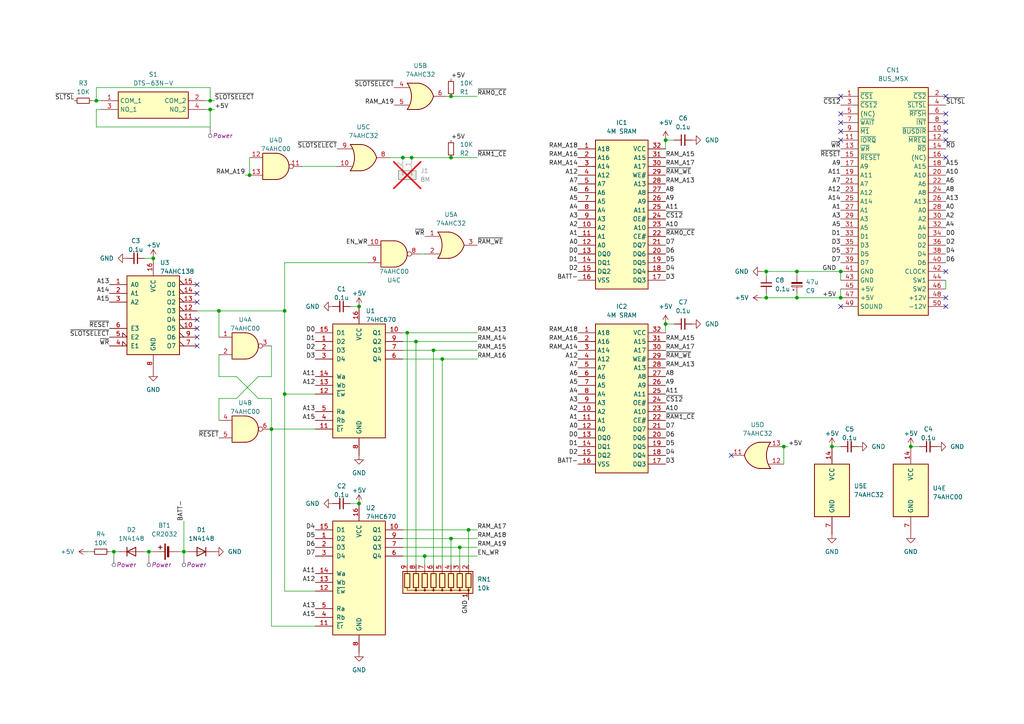
<source format=kicad_sch>
(kicad_sch (version 20230121) (generator eeschema)
  (paper "A4")
  (title_block (title "ESE2RAM Cartridge (74x670 version)") (date "2025-04-11") (rev "6") (company "Goripon Hardware"))
  (lib_symbols
    (symbol "74xx:74LS00" (pin_names (offset 1.016))
      (property "Reference" "U" (at 0 1.27 0))
      (property "Value" "74LS00" (at 0 -1.27 0))
      (symbol "74LS00_1_1"
        (pin input line (at -7.62 2.54 0) (length 3.81) (name "~") (number "1"))
        (pin input line (at -7.62 -2.54 0) (length 3.81) (name "~") (number "2"))
        (pin output inverted (at 7.62 0 180) (length 3.81) (name "~") (number "3"))
      )
      (symbol "74LS00_1_2"
        (pin input inverted (at -7.62 2.54 0) (length 4.318) (name "~") (number "1"))
        (pin input inverted (at -7.62 -2.54 0) (length 4.318) (name "~") (number "2"))
        (pin output line (at 7.62 0 180) (length 3.81) (name "~") (number "3"))
      )
      (symbol "74LS00_2_1"
        (pin input line (at -7.62 2.54 0) (length 3.81) (name "~") (number "4"))
        (pin input line (at -7.62 -2.54 0) (length 3.81) (name "~") (number "5"))
        (pin output inverted (at 7.62 0 180) (length 3.81) (name "~") (number "6"))
      )
      (symbol "74LS00_2_2"
        (pin input inverted (at -7.62 2.54 0) (length 4.318) (name "~") (number "4"))
        (pin input inverted (at -7.62 -2.54 0) (length 4.318) (name "~") (number "5"))
        (pin output line (at 7.62 0 180) (length 3.81) (name "~") (number "6"))
      )
      (symbol "74LS00_3_1"
        (pin input line (at -7.62 -2.54 0) (length 3.81) (name "~") (number "10"))
        (pin output inverted (at 7.62 0 180) (length 3.81) (name "~") (number "8"))
        (pin input line (at -7.62 2.54 0) (length 3.81) (name "~") (number "9"))
      )
      (symbol "74LS00_3_2"
        (pin input inverted (at -7.62 -2.54 0) (length 4.318) (name "~") (number "10"))
        (pin output line (at 7.62 0 180) (length 3.81) (name "~") (number "8"))
        (pin input inverted (at -7.62 2.54 0) (length 4.318) (name "~") (number "9"))
      )
      (symbol "74LS00_4_1"
        (pin output inverted (at 7.62 0 180) (length 3.81) (name "~") (number "11"))
        (pin input line (at -7.62 2.54 0) (length 3.81) (name "~") (number "12"))
        (pin input line (at -7.62 -2.54 0) (length 3.81) (name "~") (number "13"))
      )
      (symbol "74LS00_4_2"
        (pin output line (at 7.62 0 180) (length 3.81) (name "~") (number "11"))
        (pin input inverted (at -7.62 2.54 0) (length 4.318) (name "~") (number "12"))
        (pin input inverted (at -7.62 -2.54 0) (length 4.318) (name "~") (number "13"))
      )
      (symbol "74LS00_5_0"
        (pin power_in line (at 0 12.7 270) (length 5.08) (name "VCC") (number "14"))
        (pin power_in line (at 0 -12.7 90) (length 5.08) (name "GND") (number "7"))
      )
    )
    (symbol "74xx:74LS138" (pin_names (offset 1.016))
      (property "Reference" "U" (at -7.62 11.43 0))
      (property "Value" "74LS138" (at -7.62 -13.97 0))
      (symbol "74LS138_1_0"
        (pin input line (at -12.7 7.62 0) (length 5.08) (name "A0") (number "1"))
        (pin output output_low (at 12.7 -5.08 180) (length 5.08) (name "O5") (number "10"))
        (pin output output_low (at 12.7 -2.54 180) (length 5.08) (name "O4") (number "11"))
        (pin output output_low (at 12.7 0 180) (length 5.08) (name "O3") (number "12"))
        (pin output output_low (at 12.7 2.54 180) (length 5.08) (name "O2") (number "13"))
        (pin output output_low (at 12.7 5.08 180) (length 5.08) (name "O1") (number "14"))
        (pin output output_low (at 12.7 7.62 180) (length 5.08) (name "O0") (number "15"))
        (pin power_in line (at 0 15.24 270) (length 5.08) (name "VCC") (number "16"))
        (pin input line (at -12.7 5.08 0) (length 5.08) (name "A1") (number "2"))
        (pin input line (at -12.7 2.54 0) (length 5.08) (name "A2") (number "3"))
        (pin input input_low (at -12.7 -10.16 0) (length 5.08) (name "E1") (number "4"))
        (pin input input_low (at -12.7 -7.62 0) (length 5.08) (name "E2") (number "5"))
        (pin input line (at -12.7 -5.08 0) (length 5.08) (name "E3") (number "6"))
        (pin output output_low (at 12.7 -10.16 180) (length 5.08) (name "O7") (number "7"))
        (pin power_in line (at 0 -17.78 90) (length 5.08) (name "GND") (number "8"))
        (pin output output_low (at 12.7 -7.62 180) (length 5.08) (name "O6") (number "9"))
      )
    )
    (symbol "74xx:74LS670" (pin_names (offset 1.016))
      (property "Reference" "U" (at -7.62 16.51 0))
      (property "Value" "74LS670" (at -7.62 -19.05 0))
      (symbol "74LS670_1_0"
        (pin input line (at -12.7 10.16 0) (length 5.08) (name "D2") (number "1"))
        (pin tri_state line (at 12.7 12.7 180) (length 5.08) (name "Q1") (number "10"))
        (pin input line (at -12.7 -15.24 0) (length 5.08) (name "~{Er}") (number "11"))
        (pin input line (at -12.7 -5.08 0) (length 5.08) (name "~{Ew}") (number "12"))
        (pin input line (at -12.7 -2.54 0) (length 5.08) (name "Wb") (number "13"))
        (pin input line (at -12.7 0 0) (length 5.08) (name "Wa") (number "14"))
        (pin input line (at -12.7 12.7 0) (length 5.08) (name "D1") (number "15"))
        (pin power_in line (at 0 20.32 270) (length 5.08) (name "VCC") (number "16"))
        (pin input line (at -12.7 7.62 0) (length 5.08) (name "D3") (number "2"))
        (pin input line (at -12.7 5.08 0) (length 5.08) (name "D4") (number "3"))
        (pin input line (at -12.7 -12.7 0) (length 5.08) (name "Rb") (number "4"))
        (pin input line (at -12.7 -10.16 0) (length 5.08) (name "Ra") (number "5"))
        (pin tri_state line (at 12.7 5.08 180) (length 5.08) (name "Q4") (number "6"))
        (pin tri_state line (at 12.7 7.62 180) (length 5.08) (name "Q3") (number "7"))
        (pin power_in line (at 0 -22.86 90) (length 5.08) (name "GND") (number "8"))
        (pin tri_state line (at 12.7 10.16 180) (length 5.08) (name "Q2") (number "9"))
      )
    )
    (symbol "Connector_Generic:Conn_01x02" (pin_names (offset 1.016) hide)
      (property "Reference" "J" (at 0 2.54 0))
      (property "Value" "Conn_01x02" (at 0 -5.08 0))
      (symbol "Conn_01x02_1_1"
        (pin passive line (at -5.08 0 0) (length 3.81) (name "Pin_1") (number "1"))
        (pin passive line (at -5.08 -2.54 0) (length 3.81) (name "Pin_2") (number "2"))
      )
    )
    (symbol "Device:Battery_Cell" (pin_numbers hide) (pin_names (offset 0) hide)
      (property "Reference" "BT" (at 2.54 2.54 0))
      (property "Value" "Battery_Cell" (at 2.54 0 0))
      (symbol "Battery_Cell_1_1"
        (pin passive line (at 0 5.08 270) (length 2.54) (name "+") (number "1"))
        (pin passive line (at 0 -2.54 90) (length 2.54) (name "-") (number "2"))
      )
    )
    (symbol "Device:C_Polarized_Small" (pin_numbers hide) (pin_names (offset 0.254) hide)
      (property "Reference" "C" (at 0.254 1.778 0))
      (property "Value" "C_Polarized_Small" (at 0.254 -2.032 0))
      (symbol "C_Polarized_Small_1_1"
        (pin passive line (at 0 2.54 270) (length 1.8542) (name "~") (number "1"))
        (pin passive line (at 0 -2.54 90) (length 1.8542) (name "~") (number "2"))
      )
    )
    (symbol "Device:C_Small" (pin_numbers hide) (pin_names (offset 0.254) hide)
      (property "Reference" "C" (at 0.254 1.778 0))
      (property "Value" "C_Small" (at 0.254 -2.032 0))
      (symbol "C_Small_1_1"
        (pin passive line (at 0 2.54 270) (length 2.032) (name "~") (number "1"))
        (pin passive line (at 0 -2.54 90) (length 2.032) (name "~") (number "2"))
      )
    )
    (symbol "Device:R_Network08" (pin_names (offset 0) hide)
      (property "Reference" "RN" (at -12.7 0 90))
      (property "Value" "R_Network08" (at 10.16 0 90))
      (symbol "R_Network08_1_1"
        (pin passive line (at -10.16 5.08 270) (length 2.54) (name "common") (number "1"))
        (pin passive line (at -10.16 -5.08 90) (length 1.27) (name "R1") (number "2"))
        (pin passive line (at -7.62 -5.08 90) (length 1.27) (name "R2") (number "3"))
        (pin passive line (at -5.08 -5.08 90) (length 1.27) (name "R3") (number "4"))
        (pin passive line (at -2.54 -5.08 90) (length 1.27) (name "R4") (number "5"))
        (pin passive line (at 0 -5.08 90) (length 1.27) (name "R5") (number "6"))
        (pin passive line (at 2.54 -5.08 90) (length 1.27) (name "R6") (number "7"))
        (pin passive line (at 5.08 -5.08 90) (length 1.27) (name "R7") (number "8"))
        (pin passive line (at 7.62 -5.08 90) (length 1.27) (name "R8") (number "9"))
      )
    )
    (symbol "Device:R_Small" (pin_numbers hide) (pin_names (offset 0.254) hide)
      (property "Reference" "R" (at 0.762 0.508 0))
      (property "Value" "R_Small" (at 0.762 -1.016 0))
      (symbol "R_Small_1_1"
        (pin passive line (at 0 2.54 270) (length 0.762) (name "~") (number "1"))
        (pin passive line (at 0 -2.54 90) (length 0.762) (name "~") (number "2"))
      )
    )
    (symbol "Diode:1N4148" (pin_numbers hide) (pin_names hide)
      (property "Reference" "D" (at 0 2.54 0))
      (property "Value" "1N4148" (at 0 -2.54 0))
      (symbol "1N4148_1_1"
        (pin passive line (at -3.81 0 0) (length 2.54) (name "K") (number "1"))
        (pin passive line (at 3.81 0 180) (length 2.54) (name "A") (number "2"))
      )
    )
    (symbol "ProjectLibrary:BUS_MSX" (in_bom no)
      (property "Reference" "J" (at 0 42.545 0))
      (property "Value" "BUS_MSX" (at 0 -27.94 0))
      (symbol "BUS_MSX_1_1"
        (pin passive line (at -15.24 38.1 0) (length 5.08) (name "~{CS1}") (number "1"))
        (pin passive line (at 15.24 27.94 180) (length 5.08) (name "~{BUSDIR}") (number "10"))
        (pin passive line (at -15.24 25.4 0) (length 5.08) (name "~{IORQ}") (number "11"))
        (pin passive line (at 15.24 25.4 180) (length 5.08) (name "~{MREQ}") (number "12"))
        (pin passive line (at -15.24 22.86 0) (length 5.08) (name "~{WR}") (number "13"))
        (pin passive line (at 15.24 22.86 180) (length 5.08) (name "~{RD}") (number "14"))
        (pin passive line (at -15.24 20.32 0) (length 5.08) (name "~{RESET}") (number "15"))
        (pin passive line (at 15.24 20.32 180) (length 5.08) (name "(NC)") (number "16"))
        (pin passive line (at -15.24 17.78 0) (length 5.08) (name "A9") (number "17"))
        (pin passive line (at 15.24 17.78 180) (length 5.08) (name "A15") (number "18"))
        (pin passive line (at -15.24 15.24 0) (length 5.08) (name "A11") (number "19"))
        (pin passive line (at 15.24 38.1 180) (length 5.08) (name "~{CS2}") (number "2"))
        (pin passive line (at 15.24 15.24 180) (length 5.08) (name "A10") (number "20"))
        (pin passive line (at -15.24 12.7 0) (length 5.08) (name "A7") (number "21"))
        (pin passive line (at 15.24 12.7 180) (length 5.08) (name "A6") (number "22"))
        (pin passive line (at -15.24 10.16 0) (length 5.08) (name "A12") (number "23"))
        (pin passive line (at 15.24 10.16 180) (length 5.08) (name "A8") (number "24"))
        (pin passive line (at -15.24 7.62 0) (length 5.08) (name "A14") (number "25"))
        (pin passive line (at 15.24 7.62 180) (length 5.08) (name "A13") (number "26"))
        (pin passive line (at -15.24 5.08 0) (length 5.08) (name "A1") (number "27"))
        (pin passive line (at 15.24 5.08 180) (length 5.08) (name "A0") (number "28"))
        (pin passive line (at -15.24 2.54 0) (length 5.08) (name "A3") (number "29"))
        (pin passive line (at -15.24 35.56 0) (length 5.08) (name "~{CS12}") (number "3"))
        (pin passive line (at 15.24 2.54 180) (length 5.08) (name "A2") (number "30"))
        (pin passive line (at -15.24 0 0) (length 5.08) (name "A5") (number "31"))
        (pin passive line (at 15.24 0 180) (length 5.08) (name "A4") (number "32"))
        (pin passive line (at -15.24 -2.54 0) (length 5.08) (name "D1") (number "33"))
        (pin passive line (at 15.24 -2.54 180) (length 5.08) (name "D0") (number "34"))
        (pin passive line (at -15.24 -5.08 0) (length 5.08) (name "D3") (number "35"))
        (pin passive line (at 15.24 -5.08 180) (length 5.08) (name "D2") (number "36"))
        (pin passive line (at -15.24 -7.62 0) (length 5.08) (name "D5") (number "37"))
        (pin passive line (at 15.24 -7.62 180) (length 5.08) (name "D4") (number "38"))
        (pin passive line (at -15.24 -10.16 0) (length 5.08) (name "D7") (number "39"))
        (pin passive line (at 15.24 35.56 180) (length 5.08) (name "~{SLTSL}") (number "4"))
        (pin passive line (at 15.24 -10.16 180) (length 5.08) (name "D6") (number "40"))
        (pin passive line (at -15.24 -12.7 0) (length 5.08) (name "GND") (number "41"))
        (pin passive line (at 15.24 -12.7 180) (length 5.08) (name "CLOCK") (number "42"))
        (pin passive line (at -15.24 -15.24 0) (length 5.08) (name "GND") (number "43"))
        (pin passive line (at 15.24 -15.24 180) (length 5.08) (name "SW1") (number "44"))
        (pin passive line (at -15.24 -17.78 0) (length 5.08) (name "+5V") (number "45"))
        (pin passive line (at 15.24 -17.78 180) (length 5.08) (name "SW2") (number "46"))
        (pin passive line (at -15.24 -20.32 0) (length 5.08) (name "+5V") (number "47"))
        (pin passive line (at 15.24 -20.32 180) (length 5.08) (name "+12V") (number "48"))
        (pin passive line (at -15.24 -22.86 0) (length 5.08) (name "SOUND") (number "49"))
        (pin passive line (at -15.24 33.02 0) (length 5.08) (name "(NC)") (number "5"))
        (pin passive line (at 15.24 -22.86 180) (length 5.08) (name "-12V") (number "50"))
        (pin passive line (at 15.24 33.02 180) (length 5.08) (name "~{RFSH}") (number "6"))
        (pin passive line (at -15.24 30.48 0) (length 5.08) (name "~{WAIT}") (number "7"))
        (pin passive line (at 15.24 30.48 180) (length 5.08) (name "~{INT}") (number "8"))
        (pin passive line (at -15.24 27.94 0) (length 5.08) (name "~{M1}") (number "9"))
      )
    )
    (symbol "SamacSys_Parts:AS6C4008-55PIN"
      (property "Reference" "IC" (at 21.59 7.62 0))
      (property "Value" "AS6C4008-55PIN" (at 21.59 5.08 0))
      (symbol "AS6C4008-55PIN_1_1"
        (pin passive line (at 0 0 0) (length 5.08) (name "A18") (number "1"))
        (pin passive line (at 0 -22.86 0) (length 5.08) (name "A2") (number "10"))
        (pin passive line (at 0 -25.4 0) (length 5.08) (name "A1") (number "11"))
        (pin passive line (at 0 -27.94 0) (length 5.08) (name "A0") (number "12"))
        (pin passive line (at 0 -30.48 0) (length 5.08) (name "DQ0") (number "13"))
        (pin passive line (at 0 -33.02 0) (length 5.08) (name "DQ1") (number "14"))
        (pin passive line (at 0 -35.56 0) (length 5.08) (name "DQ2") (number "15"))
        (pin passive line (at 0 -38.1 0) (length 5.08) (name "VSS") (number "16"))
        (pin passive line (at 25.4 -38.1 180) (length 5.08) (name "DQ3") (number "17"))
        (pin passive line (at 25.4 -35.56 180) (length 5.08) (name "DQ4") (number "18"))
        (pin passive line (at 25.4 -33.02 180) (length 5.08) (name "DQ5") (number "19"))
        (pin passive line (at 0 -2.54 0) (length 5.08) (name "A16") (number "2"))
        (pin passive line (at 25.4 -30.48 180) (length 5.08) (name "DQ6") (number "20"))
        (pin passive line (at 25.4 -27.94 180) (length 5.08) (name "DQ7") (number "21"))
        (pin passive line (at 25.4 -25.4 180) (length 5.08) (name "CE#") (number "22"))
        (pin passive line (at 25.4 -22.86 180) (length 5.08) (name "A10") (number "23"))
        (pin passive line (at 25.4 -20.32 180) (length 5.08) (name "OE#") (number "24"))
        (pin passive line (at 25.4 -17.78 180) (length 5.08) (name "A11") (number "25"))
        (pin passive line (at 25.4 -15.24 180) (length 5.08) (name "A9") (number "26"))
        (pin passive line (at 25.4 -12.7 180) (length 5.08) (name "A8") (number "27"))
        (pin passive line (at 25.4 -10.16 180) (length 5.08) (name "A13") (number "28"))
        (pin passive line (at 25.4 -7.62 180) (length 5.08) (name "WE#") (number "29"))
        (pin passive line (at 0 -5.08 0) (length 5.08) (name "A14") (number "3"))
        (pin passive line (at 25.4 -5.08 180) (length 5.08) (name "A17") (number "30"))
        (pin passive line (at 25.4 -2.54 180) (length 5.08) (name "A15") (number "31"))
        (pin passive line (at 25.4 0 180) (length 5.08) (name "VCC") (number "32"))
        (pin passive line (at 0 -7.62 0) (length 5.08) (name "A12") (number "4"))
        (pin passive line (at 0 -10.16 0) (length 5.08) (name "A7") (number "5"))
        (pin passive line (at 0 -12.7 0) (length 5.08) (name "A6") (number "6"))
        (pin passive line (at 0 -15.24 0) (length 5.08) (name "A5") (number "7"))
        (pin passive line (at 0 -17.78 0) (length 5.08) (name "A4") (number "8"))
        (pin passive line (at 0 -20.32 0) (length 5.08) (name "A3") (number "9"))
      )
    )
    (symbol "SamacSys_Parts:DTS-63N-V"
      (property "Reference" "S" (at 26.67 7.62 0))
      (property "Value" "DTS-63N-V" (at 26.67 5.08 0))
      (symbol "DTS-63N-V_1_1"
        (pin passive line (at 0 0 0) (length 5.08) (name "COM_1") (number "1"))
        (pin passive line (at 30.48 0 180) (length 5.08) (name "COM_2") (number "2"))
        (pin passive line (at 0 -2.54 0) (length 5.08) (name "NO_1") (number "3"))
        (pin passive line (at 30.48 -2.54 180) (length 5.08) (name "NO_2") (number "4"))
      )
    )
    (symbol "_GoriponsoftLibrary:74HC32" (pin_names (offset 1.016))
      (property "Reference" "U" (at 0 1.27 0))
      (property "Value" "74HC32" (at 0 -1.27 0))
      (symbol "74HC32_1_1"
        (pin input line (at -7.62 2.54 0) (length 4.318) (name "~") (number "1"))
        (pin input line (at -7.62 -2.54 0) (length 4.318) (name "~") (number "2"))
        (pin output line (at 7.62 0 180) (length 3.81) (name "~") (number "3"))
      )
      (symbol "74HC32_1_2"
        (pin input inverted (at -7.62 2.54 0) (length 3.81) (name "~") (number "1"))
        (pin input inverted (at -7.62 -2.54 0) (length 3.81) (name "~") (number "2"))
        (pin output inverted (at 7.62 0 180) (length 3.81) (name "~") (number "3"))
      )
      (symbol "74HC32_2_1"
        (pin input line (at -7.62 2.54 0) (length 4.318) (name "~") (number "4"))
        (pin input line (at -7.62 -2.54 0) (length 4.318) (name "~") (number "5"))
        (pin output line (at 7.62 0 180) (length 3.81) (name "~") (number "6"))
      )
      (symbol "74HC32_2_2"
        (pin input inverted (at -7.62 2.54 0) (length 3.81) (name "~") (number "4"))
        (pin input inverted (at -7.62 -2.54 0) (length 3.81) (name "~") (number "5"))
        (pin output inverted (at 7.62 0 180) (length 3.81) (name "~") (number "6"))
      )
      (symbol "74HC32_3_1"
        (pin input line (at -7.62 -2.54 0) (length 4.318) (name "~") (number "10"))
        (pin output line (at 7.62 0 180) (length 3.81) (name "~") (number "8"))
        (pin input line (at -7.62 2.54 0) (length 4.318) (name "~") (number "9"))
      )
      (symbol "74HC32_3_2"
        (pin input inverted (at -7.62 -2.54 0) (length 3.81) (name "~") (number "10"))
        (pin output inverted (at 7.62 0 180) (length 3.81) (name "~") (number "8"))
        (pin input inverted (at -7.62 2.54 0) (length 3.81) (name "~") (number "9"))
      )
      (symbol "74HC32_4_1"
        (pin output line (at 7.62 0 180) (length 3.81) (name "~") (number "11"))
        (pin input line (at -7.62 2.54 0) (length 4.318) (name "~") (number "12"))
        (pin input line (at -7.62 -2.54 0) (length 4.318) (name "~") (number "13"))
      )
      (symbol "74HC32_4_2"
        (pin output inverted (at 7.62 0 180) (length 3.81) (name "~") (number "11"))
        (pin input inverted (at -7.62 2.54 0) (length 3.81) (name "~") (number "12"))
        (pin input inverted (at -7.62 -2.54 0) (length 3.81) (name "~") (number "13"))
      )
      (symbol "74HC32_5_0"
        (pin power_in line (at 0 12.7 270) (length 5.08) (name "VCC") (number "14"))
        (pin power_in line (at 0 -12.7 90) (length 5.08) (name "GND") (number "7"))
      )
    )
    (symbol "power:+5V" (power) (pin_names (offset 0))
      (property "Value" "+5V" (at 0 3.556 0))
      (symbol "+5V_1_1"
        (pin power_in line (at 0 0 90) (length 0) hide (name "+5V") (number "1"))
      )
    )
    (symbol "power:GND" (power) (pin_names (offset 0))
      (property "Value" "GND" (at 0 -3.81 0))
      (symbol "GND_1_1"
        (pin power_in line (at 0 0 270) (length 0) hide (name "GND") (number "1"))
      )
    )
  )
  (junction (at 118.11 96.52))
  (junction (at 72.39 50.8))
  (junction (at 231.14 78.74))
  (junction (at 243.84 78.74))
  (junction (at 44.45 74.93))
  (junction (at 27.94 29.21))
  (junction (at 128.27 104.14))
  (junction (at 264.16 129.54))
  (junction (at 231.14 86.36))
  (junction (at 133.35 158.75))
  (junction (at 60.96 31.75))
  (junction (at 227.33 129.54))
  (junction (at 130.81 45.72))
  (junction (at 123.19 161.29))
  (junction (at 60.96 29.21))
  (junction (at 43.18 160.02))
  (junction (at 135.89 153.67))
  (junction (at 120.65 99.06))
  (junction (at 104.14 88.9))
  (junction (at 104.14 146.05))
  (junction (at 193.04 93.98))
  (junction (at 78.74 124.46))
  (junction (at 119.38 45.72))
  (junction (at 130.81 27.94))
  (junction (at 222.25 86.36))
  (junction (at 241.3 129.54))
  (junction (at 33.02 160.02))
  (junction (at 125.73 101.6))
  (junction (at 82.55 114.3))
  (junction (at 243.84 86.36))
  (junction (at 53.34 160.02))
  (junction (at 63.5 90.17))
  (junction (at 130.81 156.21))
  (junction (at 193.04 40.64))
  (junction (at 82.55 90.17))
  (junction (at 222.25 78.74))
  (junction (at 116.84 45.72))
  (no_connect (at 274.32 78.74))
  (no_connect (at 57.15 95.25))
  (no_connect (at 274.32 86.36))
  (no_connect (at 274.32 33.02))
  (no_connect (at 243.84 35.56))
  (no_connect (at 57.15 97.79))
  (no_connect (at 243.84 38.1))
  (no_connect (at 274.32 40.64))
  (no_connect (at 57.15 92.71))
  (no_connect (at 57.15 87.63))
  (no_connect (at 274.32 45.72))
  (no_connect (at 57.15 82.55))
  (no_connect (at 57.15 100.33))
  (no_connect (at 274.32 38.1))
  (no_connect (at 274.32 27.94))
  (no_connect (at 274.32 35.56))
  (no_connect (at 243.84 27.94))
  (no_connect (at 243.84 40.64))
  (no_connect (at 243.84 88.9))
  (no_connect (at 274.32 88.9))
  (no_connect (at 243.84 33.02))
  (no_connect (at 212.09 132.08))
  (no_connect (at 57.15 85.09))
  (wire (pts (xy 135.89 153.67) (xy 135.89 163.83)))
  (wire (pts (xy 274.32 81.28) (xy 274.32 83.82)))
  (wire (pts (xy 25.4 160.02) (xy 26.67 160.02)))
  (wire (pts (xy 243.84 83.82) (xy 243.84 86.36)))
  (wire (pts (xy 116.84 158.75) (xy 133.35 158.75)))
  (wire (pts (xy 53.34 151.13) (xy 53.34 160.02)))
  (wire (pts (xy 130.81 45.72) (xy 119.38 45.72)))
  (wire (pts (xy 52.07 160.02) (xy 53.34 160.02)))
  (wire (pts (xy 116.84 153.67) (xy 135.89 153.67)))
  (wire (pts (xy 60.96 31.75) (xy 60.96 36.83)))
  (wire (pts (xy 138.43 27.94) (xy 130.81 27.94)))
  (wire (pts (xy 27.94 25.4) (xy 60.96 25.4)))
  (wire (pts (xy 44.45 160.02) (xy 43.18 160.02)))
  (wire (pts (xy 43.18 160.02) (xy 43.18 161.29)))
  (wire (pts (xy 72.39 45.72) (xy 72.39 50.8)))
  (wire (pts (xy 133.35 158.75) (xy 138.43 158.75)))
  (wire (pts (xy 128.27 104.14) (xy 128.27 163.83)))
  (wire (pts (xy 31.75 160.02) (xy 33.02 160.02)))
  (wire (pts (xy 74.93 109.22) (xy 68.58 115.57)))
  (wire (pts (xy 130.81 27.94) (xy 129.54 27.94)))
  (wire (pts (xy 243.84 78.74) (xy 243.84 81.28)))
  (wire (pts (xy 63.5 90.17) (xy 63.5 97.79)))
  (wire (pts (xy 82.55 171.45) (xy 91.44 171.45)))
  (wire (pts (xy 116.84 99.06) (xy 120.65 99.06)))
  (wire (pts (xy 27.94 29.21) (xy 29.21 29.21)))
  (wire (pts (xy 125.73 101.6) (xy 125.73 163.83)))
  (wire (pts (xy 193.04 40.64) (xy 193.04 43.18)))
  (wire (pts (xy 78.74 100.33) (xy 78.74 109.22)))
  (wire (pts (xy 220.98 86.36) (xy 222.25 86.36)))
  (wire (pts (xy 133.35 158.75) (xy 133.35 163.83)))
  (wire (pts (xy 231.14 78.74) (xy 231.14 80.01)))
  (wire (pts (xy 71.12 50.8) (xy 72.39 50.8)))
  (wire (pts (xy 116.84 104.14) (xy 128.27 104.14)))
  (wire (pts (xy 231.14 78.74) (xy 243.84 78.74)))
  (wire (pts (xy 106.68 76.2) (xy 82.55 76.2)))
  (wire (pts (xy 121.92 73.66) (xy 123.19 73.66)))
  (wire (pts (xy 123.19 161.29) (xy 123.19 163.83)))
  (wire (pts (xy 74.93 115.57) (xy 78.74 115.57)))
  (wire (pts (xy 68.58 109.22) (xy 74.93 115.57)))
  (wire (pts (xy 82.55 114.3) (xy 91.44 114.3)))
  (wire (pts (xy 78.74 181.61) (xy 91.44 181.61)))
  (wire (pts (xy 130.81 156.21) (xy 130.81 163.83)))
  (wire (pts (xy 62.23 29.21) (xy 60.96 29.21)))
  (wire (pts (xy 130.81 156.21) (xy 138.43 156.21)))
  (wire (pts (xy 120.65 99.06) (xy 138.43 99.06)))
  (wire (pts (xy 241.3 129.54) (xy 243.84 129.54)))
  (wire (pts (xy 27.94 36.83) (xy 27.94 31.75)))
  (wire (pts (xy 63.5 102.87) (xy 63.5 109.22)))
  (wire (pts (xy 101.6 88.9) (xy 104.14 88.9)))
  (wire (pts (xy 231.14 86.36) (xy 243.84 86.36)))
  (wire (pts (xy 63.5 115.57) (xy 63.5 121.92)))
  (wire (pts (xy 78.74 109.22) (xy 74.93 109.22)))
  (wire (pts (xy 123.19 161.29) (xy 138.43 161.29)))
  (wire (pts (xy 60.96 31.75) (xy 59.69 31.75)))
  (wire (pts (xy 231.14 85.09) (xy 231.14 86.36)))
  (wire (pts (xy 82.55 90.17) (xy 82.55 114.3)))
  (wire (pts (xy 78.74 115.57) (xy 78.74 124.46)))
  (wire (pts (xy 62.23 31.75) (xy 60.96 31.75)))
  (wire (pts (xy 60.96 36.83) (xy 27.94 36.83)))
  (wire (pts (xy 116.84 96.52) (xy 118.11 96.52)))
  (wire (pts (xy 118.11 96.52) (xy 138.43 96.52)))
  (wire (pts (xy 125.73 101.6) (xy 138.43 101.6)))
  (wire (pts (xy 60.96 29.21) (xy 59.69 29.21)))
  (wire (pts (xy 43.18 160.02) (xy 41.91 160.02)))
  (wire (pts (xy 135.89 153.67) (xy 138.43 153.67)))
  (wire (pts (xy 116.84 45.72) (xy 113.03 45.72)))
  (wire (pts (xy 227.33 129.54) (xy 228.6 129.54)))
  (wire (pts (xy 116.84 156.21) (xy 130.81 156.21)))
  (wire (pts (xy 87.63 48.26) (xy 97.79 48.26)))
  (wire (pts (xy 27.94 29.21) (xy 27.94 25.4)))
  (wire (pts (xy 118.11 96.52) (xy 118.11 163.83)))
  (wire (pts (xy 33.02 160.02) (xy 34.29 160.02)))
  (wire (pts (xy 26.67 29.21) (xy 27.94 29.21)))
  (wire (pts (xy 128.27 104.14) (xy 138.43 104.14)))
  (wire (pts (xy 53.34 160.02) (xy 53.34 161.29)))
  (wire (pts (xy 41.91 74.93) (xy 44.45 74.93)))
  (wire (pts (xy 116.84 161.29) (xy 123.19 161.29)))
  (wire (pts (xy 193.04 93.98) (xy 193.04 96.52)))
  (wire (pts (xy 63.5 90.17) (xy 82.55 90.17)))
  (wire (pts (xy 222.25 78.74) (xy 222.25 80.01)))
  (wire (pts (xy 227.33 134.62) (xy 227.33 129.54)))
  (wire (pts (xy 27.94 31.75) (xy 29.21 31.75)))
  (wire (pts (xy 120.65 99.06) (xy 120.65 163.83)))
  (wire (pts (xy 63.5 109.22) (xy 68.58 109.22)))
  (wire (pts (xy 222.25 78.74) (xy 231.14 78.74)))
  (wire (pts (xy 220.98 78.74) (xy 222.25 78.74)))
  (wire (pts (xy 195.58 40.64) (xy 193.04 40.64)))
  (wire (pts (xy 82.55 76.2) (xy 82.55 90.17)))
  (wire (pts (xy 222.25 86.36) (xy 231.14 86.36)))
  (wire (pts (xy 138.43 45.72) (xy 130.81 45.72)))
  (wire (pts (xy 116.84 101.6) (xy 125.73 101.6)))
  (wire (pts (xy 195.58 93.98) (xy 193.04 93.98)))
  (wire (pts (xy 57.15 90.17) (xy 63.5 90.17)))
  (wire (pts (xy 116.84 45.72) (xy 119.38 45.72)))
  (wire (pts (xy 264.16 129.54) (xy 266.7 129.54)))
  (wire (pts (xy 78.74 124.46) (xy 91.44 124.46)))
  (wire (pts (xy 101.6 146.05) (xy 104.14 146.05)))
  (wire (pts (xy 60.96 25.4) (xy 60.96 29.21)))
  (wire (pts (xy 78.74 124.46) (xy 78.74 181.61)))
  (wire (pts (xy 222.25 85.09) (xy 222.25 86.36)))
  (wire (pts (xy 53.34 160.02) (xy 54.61 160.02)))
  (wire (pts (xy 82.55 171.45) (xy 82.55 114.3)))
  (wire (pts (xy 33.02 161.29) (xy 33.02 160.02)))
  (wire (pts (xy 63.5 115.57) (xy 68.58 115.57)))
  (label "A3" (at 243.84 63.5 180))
  (label "D2" (at 167.64 78.74 180))
  (label "RAM_A16" (at 167.64 99.06 180))
  (label "A11" (at 193.04 114.3 0))
  (label "A5" (at 167.64 111.76 180))
  (label "EN_WR" (at 138.43 161.29 0))
  (label "RAM_A18" (at 167.64 43.18 180))
  (label "D4" (at 193.04 132.08 0))
  (label "RAM_A15" (at 193.04 99.06 0))
  (label "A12" (at 243.84 55.88 180))
  (label "GND" (at 242.57 78.74 180))
  (label "A14" (at 31.75 85.09 180))
  (label "D1" (at 91.44 99.06 180))
  (label "A12" (at 167.64 104.14 180))
  (label "D6" (at 193.04 73.66 0))
  (label "D0" (at 274.32 68.58 0))
  (label "RAM_A13" (at 138.43 96.52 0))
  (label "RAM_A18" (at 167.64 96.52 180))
  (label "~{SLTSL}" (at 21.59 29.21 180))
  (label "A9" (at 193.04 111.76 0))
  (label "RAM_A13" (at 193.04 106.68 0))
  (label "D7" (at 193.04 71.12 0))
  (label "D7" (at 193.04 124.46 0))
  (label "BATT-" (at 167.64 81.28 180))
  (label "RAM_A16" (at 138.43 104.14 0))
  (label "RAM_A19" (at 138.43 158.75 0))
  (label "D7" (at 243.84 76.2 180))
  (label "D6" (at 193.04 127 0))
  (label "D0" (at 167.64 73.66 180))
  (label "D2" (at 274.32 71.12 0))
  (label "A11" (at 193.04 60.96 0))
  (label "A1" (at 243.84 60.96 180))
  (label "~{RESET}" (at 31.75 95.25 180))
  (label "~{RAM1_CE}" (at 193.04 121.92 0))
  (label "RAM_A17" (at 193.04 48.26 0))
  (label "~{RAM0_CE}" (at 193.04 68.58 0))
  (label "A13" (at 91.44 176.53 180))
  (label "A0" (at 274.32 60.96 0))
  (label "~{RESET}" (at 243.84 45.72 180))
  (label "~{WR}" (at 243.84 43.18 180))
  (label "~{SLOTSELECT}" (at 114.3 25.4 180))
  (label "A6" (at 167.64 55.88 180))
  (label "RAM_A15" (at 193.04 45.72 0))
  (label "A4" (at 274.32 66.04 0))
  (label "~{WR}" (at 123.19 68.58 180))
  (label "A6" (at 167.64 109.22 180))
  (label "D5" (at 243.84 73.66 180))
  (label "A10" (at 193.04 66.04 0))
  (label "BATT-" (at 53.34 151.13 90))
  (label "RAM_A19" (at 71.12 50.8 180))
  (label "A9" (at 243.84 48.26 180))
  (label "A10" (at 274.32 50.8 0))
  (label "~{RAM_WE}" (at 193.04 50.8 0))
  (label "+5V" (at 130.81 40.64 0))
  (label "D3" (at 193.04 134.62 0))
  (label "~{RAM_WE}" (at 193.04 104.14 0))
  (label "A15" (at 274.32 48.26 0))
  (label "A1" (at 167.64 121.92 180))
  (label "+5V" (at 228.6 129.54 0))
  (label "D0" (at 167.64 127 180))
  (label "D5" (at 193.04 76.2 0))
  (label "~{RESET}" (at 63.5 127 180))
  (label "A7" (at 167.64 106.68 180))
  (label "RAM_A14" (at 138.43 99.06 0))
  (label "D3" (at 91.44 104.14 180))
  (label "A0" (at 167.64 71.12 180))
  (label "A13" (at 91.44 119.38 180))
  (label "A11" (at 243.84 50.8 180))
  (label "RAM_A17" (at 193.04 101.6 0))
  (label "~{RAM_WE}" (at 138.43 71.12 0))
  (label "~{RD}" (at 274.32 43.18 0))
  (label "GND" (at 135.89 173.99 270))
  (label "~{SLOTSELECT}" (at 62.23 29.21 0))
  (label "A7" (at 167.64 53.34 180))
  (label "D1" (at 243.84 68.58 180))
  (label "A6" (at 274.32 53.34 0))
  (label "D1" (at 167.64 129.54 180))
  (label "A12" (at 167.64 50.8 180))
  (label "A7" (at 243.84 53.34 180))
  (label "RAM_A13" (at 193.04 53.34 0))
  (label "RAM_A14" (at 167.64 101.6 180))
  (label "A8" (at 193.04 109.22 0))
  (label "+5V" (at 130.81 22.86 0))
  (label "~{CS12}" (at 243.84 30.48 180))
  (label "A11" (at 91.44 109.22 180))
  (label "RAM_A14" (at 167.64 48.26 180))
  (label "~{SLOTSELECT}" (at 31.75 97.79 180))
  (label "A15" (at 91.44 179.07 180))
  (label "A1" (at 167.64 68.58 180))
  (label "EN_WR" (at 106.68 71.12 180))
  (label "A5" (at 243.84 66.04 180))
  (label "A2" (at 274.32 63.5 0))
  (label "BATT-" (at 167.64 134.62 180))
  (label "D3" (at 243.84 71.12 180))
  (label "A13" (at 274.32 58.42 0))
  (label "~{CS12}" (at 193.04 116.84 0))
  (label "A4" (at 167.64 60.96 180))
  (label "D0" (at 91.44 96.52 180))
  (label "A12" (at 91.44 111.76 180))
  (label "A3" (at 167.64 63.5 180))
  (label "A11" (at 91.44 166.37 180))
  (label "A2" (at 167.64 66.04 180))
  (label "D3" (at 193.04 81.28 0))
  (label "A0" (at 167.64 124.46 180))
  (label "A13" (at 31.75 82.55 180))
  (label "A15" (at 31.75 87.63 180))
  (label "RAM_A17" (at 138.43 153.67 0))
  (label "RAM_A16" (at 167.64 45.72 180))
  (label "~{RAM0_CE}" (at 138.43 27.94 0))
  (label "A2" (at 167.64 119.38 180))
  (label "~{CS12}" (at 193.04 63.5 0))
  (label "D6" (at 91.44 158.75 180))
  (label "A14" (at 243.84 58.42 180))
  (label "+5V" (at 242.57 86.36 180))
  (label "D4" (at 274.32 73.66 0))
  (label "A8" (at 193.04 55.88 0))
  (label "A3" (at 167.64 116.84 180))
  (label "D6" (at 274.32 76.2 0))
  (label "A10" (at 193.04 119.38 0))
  (label "RAM_A15" (at 138.43 101.6 0))
  (label "A8" (at 274.32 55.88 0))
  (label "A4" (at 167.64 114.3 180))
  (label "~{SLTSL}" (at 274.32 30.48 0))
  (label "A5" (at 167.64 58.42 180))
  (label "D5" (at 193.04 129.54 0))
  (label "~{WR}" (at 31.75 100.33 180))
  (label "D1" (at 167.64 76.2 180))
  (label "D5" (at 91.44 156.21 180))
  (label "RAM_A19" (at 114.3 30.48 180))
  (label "D4" (at 91.44 153.67 180))
  (label "A9" (at 193.04 58.42 0))
  (label "A12" (at 91.44 168.91 180))
  (label "D7" (at 91.44 161.29 180))
  (label "RAM_A18" (at 138.43 156.21 0))
  (label "~{SLOTSELECT}" (at 97.79 43.18 180))
  (label "D2" (at 167.64 132.08 180))
  (label "A15" (at 91.44 121.92 180))
  (label "D2" (at 91.44 101.6 180))
  (label "+5V" (at 62.23 31.75 0))
  (label "D4" (at 193.04 78.74 0))
  (label "~{RAM1_CE}" (at 138.43 45.72 0))
  (netclass_flag "" (length 2.54) (shape round) (at 33.02 161.29 180) (property "Netclass" "Power" (at 33.7185 163.83 0) (effects (font italic) (justify left))))
  (netclass_flag "" (length 2.54) (shape round) (at 43.18 161.29 180) (property "Netclass" "Power" (at 43.8785 163.83 0) (effects (font italic) (justify left))))
  (netclass_flag "" (length 2.54) (shape round) (at 53.34 161.29 180) (property "Netclass" "Power" (at 54.0385 163.83 0) (effects (font italic) (justify left))))
  (netclass_flag "" (length 2.54) (shape round) (at 60.96 36.83 180) (property "Netclass" "Power" (at 61.6585 39.37 0) (effects (font italic) (justify left))))
  (symbol (lib_id "power:GND") (at 96.52 146.05 270) (mirror x) (unit 1)
    (property "Reference" "#PWR017" (effects hide))
    (property "Value" "GND" (at 92.71 146.05 90) (effects (justify right)))
  )
  (symbol (lib_id "Device:R_Network08") (at 125.73 168.91 180) (unit 1)
    (property "Reference" "RN1" (at 138.43 168.021 0) (effects (justify right)))
    (property "Value" "10k" (at 138.43 170.561 0) (effects (justify right)))
    (property "Footprint" "Resistor_THT:R_Array_SIP9" (effects hide))
    (property "Datasheet" "http://www.vishay.com/docs/31509/csc.pdf" (effects hide))
  )
  (symbol (lib_id "74xx:74LS00") (at 71.12 100.33 0) (unit 1)
    (property "Reference" "U4" (at 71.1117 92.71 0))
    (property "Value" "74AHC00" (at 71.1117 95.25 0))
    (property "Footprint" "ProjectLibrary:DIP14_300mil_FineLongPad" (effects hide))
    (property "Datasheet" "https://www.ti.com/lit/ds/symlink/sn74ahc00.pdf" (effects hide))
  )
  (symbol (lib_id "Device:C_Small") (at 99.06 146.05 270) (mirror x) (unit 1)
    (property "Reference" "C2" (at 99.0537 140.97 90))
    (property "Value" "0.1u" (at 99.0537 143.51 90))
    (property "Footprint" "Capacitor_THT:C_Disc_D3.0mm_W1.6mm_P2.50mm" (effects hide))
  )
  (symbol (lib_id "power:+5V") (at 193.04 40.64 0) (unit 1)
    (property "Reference" "#PWR08" (effects hide))
    (property "Value" "+5V" (at 193.04 35.56 0))
  )
  (symbol (lib_id "_GoriponsoftLibrary:74HC32") (at 241.3 142.24 0) (unit 5)
    (property "Reference" "U5" (at 247.65 140.97 0) (effects (justify left)))
    (property "Value" "74AHC32" (at 247.65 143.51 0) (effects (justify left)))
    (property "Footprint" "ProjectLibrary:DIP14_300mil_FineLongPad" (effects hide))
    (property "Datasheet" "http://www.ti.com/lit/gpn/sn74HC32" (effects hide))
  )
  (symbol (lib_id "power:+5V") (at 25.4 160.02 90) (unit 1)
    (property "Reference" "#PWR027" (effects hide))
    (property "Value" "+5V" (at 21.59 160.02 90) (effects (justify left)))
  )
  (symbol (lib_id "_GoriponsoftLibrary:74HC32") (at 121.92 27.94 0) (unit 2)
    (property "Reference" "U5" (at 121.92 19.05 0))
    (property "Value" "74AHC32" (at 121.92 21.59 0))
    (property "Footprint" "ProjectLibrary:DIP14_300mil_FineLongPad" (effects hide))
    (property "Datasheet" "http://www.ti.com/lit/gpn/sn74HC32" (effects hide))
  )
  (symbol (lib_id "Diode:1N4148") (at 38.1 160.02 0) (unit 1)
    (property "Reference" "D2" (at 38.1 153.67 0))
    (property "Value" "1N4148" (at 38.1 156.21 0))
    (property "Footprint" "Diode_THT:D_DO-35_SOD27_P7.62mm_Horizontal" (effects hide))
    (property "Datasheet" "https://assets.nexperia.com/documents/data-sheet/1N4148_1N4448.pdf" (effects hide))
    (property "Sim.Device" "D" (effects hide))
    (property "Sim.Pins" "1=K 2=A" (effects hide))
  )
  (symbol (lib_id "SamacSys_Parts:AS6C4008-55PIN") (at 167.64 96.52 0) (unit 1)
    (property "Reference" "IC2" (at 180.34 88.9 0))
    (property "Value" "4M SRAM" (at 180.34 91.44 0))
    (property "Footprint" "ProjectLibrary:DIP32_600mil_FineLongPad" (effects hide))
    (property "Datasheet" "https://www.alliancememory.com/wp-content/uploads/pdf/AS6C4008.pdf" (effects hide))
    (property "Height" "4.064" (effects hide))
    (property "Manufacturer_Name" "Alliance Memory" (effects hide))
    (property "Manufacturer_Part_Number" "AS6C4008-55PIN" (effects hide))
    (property "Mouser Part Number" "913-AS6C4008-55PIN" (effects hide))
    (property "Mouser Price/Stock" "https://www.mouser.co.uk/ProductDetail/Alliance-Memory/AS6C4008-55PIN?qs=FP1Nkeq3mZ%252Ba%252BUKi46PVmw%3D%3D" (effects hide))
  )
  (symbol (lib_id "power:GND") (at 248.92 129.54 90) (unit 1)
    (property "Reference" "#PWR019" (effects hide))
    (property "Value" "GND" (at 252.73 129.54 90) (effects (justify right)))
  )
  (symbol (lib_id "Device:C_Small") (at 198.12 40.64 90) (unit 1)
    (property "Reference" "C6" (at 198.1263 34.29 90))
    (property "Value" "0.1u" (at 198.1263 36.83 90))
    (property "Footprint" "Capacitor_THT:C_Disc_D3.0mm_W1.6mm_P2.50mm" (effects hide))
  )
  (symbol (lib_id "power:GND") (at 200.66 40.64 90) (unit 1)
    (property "Reference" "#PWR013" (effects hide))
    (property "Value" "GND" (at 204.47 40.64 90) (effects (justify right)))
  )
  (symbol (lib_id "power:+5V") (at 44.45 74.93 0) (unit 1)
    (property "Reference" "#PWR010" (effects hide))
    (property "Value" "+5V" (at 44.45 71.12 0))
  )
  (symbol (lib_id "Device:Battery_Cell") (at 49.53 160.02 90) (unit 1)
    (property "Reference" "BT1" (at 47.6885 152.4 90))
    (property "Value" "CR2032" (at 47.6885 154.94 90))
    (property "Footprint" "ProjectLibrary:BatteryHolder_CH2x-2032LF" (effects hide))
  )
  (symbol (lib_id "Device:R_Small") (at 24.13 29.21 270) (mirror x) (unit 1)
    (property "Reference" "R3" (at 24.13 24.13 90))
    (property "Value" "10K" (at 24.13 26.67 90))
    (property "Footprint" "Resistor_THT:R_Axial_DIN0207_L6.3mm_D2.5mm_P7.62mm_Horizontal" (effects hide))
  )
  (symbol (lib_id "power:GND") (at 36.83 74.93 270) (unit 1)
    (property "Reference" "#PWR026" (effects hide))
    (property "Value" "GND" (at 33.02 74.93 90) (effects (justify right)))
  )
  (symbol (lib_id "Connector_Generic:Conn_01x02") (at 119.38 50.8 270) (unit 1) (in_bom no) (dnp yes)
    (property "Reference" "J1" (at 121.92 49.53 90) (effects (justify left)))
    (property "Value" "8M" (at 121.92 52.07 90) (effects (justify left)))
    (property "Footprint" "Connector_PinHeader_2.00mm:PinHeader_1x02_P2.00mm_Vertical" (effects hide))
  )
  (symbol (lib_id "power:GND") (at 44.45 107.95 0) (unit 1)
    (property "Reference" "#PWR011" (effects hide))
    (property "Value" "GND" (at 44.45 113.03 0))
  )
  (symbol (lib_id "Device:C_Small") (at 198.12 93.98 90) (unit 1)
    (property "Reference" "C7" (at 198.1263 87.63 90))
    (property "Value" "0.1u" (at 198.1263 90.17 90))
    (property "Footprint" "Capacitor_THT:C_Disc_D3.0mm_W1.6mm_P2.50mm" (effects hide))
  )
  (symbol (lib_id "power:GND") (at 271.78 129.54 90) (unit 1)
    (property "Reference" "#PWR016" (effects hide))
    (property "Value" "GND" (at 275.59 129.54 90) (effects (justify right)))
  )
  (symbol (lib_id "SamacSys_Parts:DTS-63N-V") (at 29.21 29.21 0) (unit 1)
    (property "Reference" "S1" (at 44.45 21.59 0))
    (property "Value" "DTS-63N-V" (at 44.45 24.13 0))
    (property "Footprint" "ProjectLibrary:DTS63NV" (effects hide))
    (property "Datasheet" "https://www.mouser.in/datasheet/2/910/466_DTSG-6-1571565.pdf" (effects hide))
    (property "Height" "7" (effects hide))
    (property "Manufacturer_Name" "Diptronics" (effects hide))
    (property "Manufacturer_Part_Number" "DTS-63N-V" (effects hide))
    (property "Mouser Part Number" "113-DTS-63N-V" (effects hide))
    (property "Mouser Price/Stock" "https://www.mouser.co.uk/ProductDetail/Diptronics/DTS-63N-V?qs=gTYE2QTfZfThxtJn%252Bv%252BG2g%3D%3D" (effects hide))
  )
  (symbol (lib_id "74xx:74LS00") (at 114.3 73.66 0) (mirror x) (unit 3)
    (property "Reference" "U4" (at 114.2917 81.28 0))
    (property "Value" "74AHC00" (at 114.2917 78.74 0))
    (property "Footprint" "ProjectLibrary:DIP14_300mil_FineLongPad" (effects hide))
    (property "Datasheet" "https://www.ti.com/lit/ds/symlink/sn74ahc00.pdf" (effects hide))
  )
  (symbol (lib_id "Device:C_Small") (at 99.06 88.9 270) (mirror x) (unit 1)
    (property "Reference" "C1" (at 99.0537 83.82 90))
    (property "Value" "0.1u" (at 99.0537 86.36 90))
    (property "Footprint" "Capacitor_THT:C_Disc_D3.0mm_W1.6mm_P2.50mm" (effects hide))
  )
  (symbol (lib_id "ProjectLibrary:BUS_MSX") (at 259.08 66.04 0) (unit 1) (in_bom no)
    (property "Reference" "CN1" (at 259.08 20.32 0))
    (property "Value" "BUS_MSX" (at 259.08 22.86 0))
    (property "Footprint" "ProjectLibrary:BUS_MSX_CARD_SHORT" (effects hide))
  )
  (symbol (lib_id "power:+5V") (at 193.04 93.98 0) (unit 1)
    (property "Reference" "#PWR022" (effects hide))
    (property "Value" "+5V" (at 193.04 88.9 0))
  )
  (symbol (lib_id "_GoriponsoftLibrary:74HC32") (at 219.71 132.08 180) (unit 4)
    (property "Reference" "U5" (at 219.71 123.19 0))
    (property "Value" "74AHC32" (at 219.71 125.73 0))
    (property "Footprint" "ProjectLibrary:DIP14_300mil_FineLongPad" (effects hide))
    (property "Datasheet" "http://www.ti.com/lit/gpn/sn74HC32" (effects hide))
  )
  (symbol (lib_id "power:GND") (at 241.3 154.94 0) (unit 1)
    (property "Reference" "#PWR020" (effects hide))
    (property "Value" "GND" (at 241.3 160.02 0))
  )
  (symbol (lib_id "74xx:74LS138") (at 44.45 90.17 0) (unit 1)
    (property "Reference" "U3" (at 46.4059 76.2 0) (effects (justify left)))
    (property "Value" "74AHC138" (at 46.4059 78.74 0) (effects (justify left)))
    (property "Footprint" "ProjectLibrary:DIP16_300mil_FineLongPad" (effects hide))
    (property "Datasheet" "https://www.ti.com/lit/ds/symlink/sn74hc138.pdf" (effects hide))
  )
  (symbol (lib_id "Device:R_Small") (at 130.81 43.18 0) (mirror x) (unit 1)
    (property "Reference" "R2" (at 133.35 44.45 0) (effects (justify left)))
    (property "Value" "10K" (at 133.35 41.91 0) (effects (justify left)))
    (property "Footprint" "Resistor_THT:R_Axial_DIN0207_L6.3mm_D2.5mm_P7.62mm_Horizontal" (effects hide))
  )
  (symbol (lib_id "power:GND") (at 62.23 160.02 90) (unit 1)
    (property "Reference" "#PWR024" (effects hide))
    (property "Value" "GND" (at 66.04 160.02 90) (effects (justify right)))
  )
  (symbol (lib_id "power:GND") (at 264.16 154.94 0) (unit 1)
    (property "Reference" "#PWR09" (effects hide))
    (property "Value" "GND" (at 264.16 160.02 0))
  )
  (symbol (lib_id "power:+5V") (at 104.14 88.9 0) (unit 1)
    (property "Reference" "#PWR01" (effects hide))
    (property "Value" "+5V" (at 104.14 85.09 0))
  )
  (symbol (lib_id "Device:C_Small") (at 269.24 129.54 90) (unit 1)
    (property "Reference" "C4" (at 269.2463 124.46 90))
    (property "Value" "0.1u" (at 269.2463 127 90))
    (property "Footprint" "Capacitor_THT:C_Disc_D3.0mm_W1.6mm_P2.50mm" (effects hide))
  )
  (symbol (lib_id "Device:C_Small") (at 39.37 74.93 270) (mirror x) (unit 1)
    (property "Reference" "C3" (at 39.3637 69.85 90))
    (property "Value" "0.1u" (at 39.3637 72.39 90))
    (property "Footprint" "Capacitor_THT:C_Disc_D3.0mm_W1.6mm_P2.50mm" (effects hide))
  )
  (symbol (lib_id "power:GND") (at 220.98 78.74 270) (unit 1)
    (property "Reference" "#PWR05" (effects hide))
    (property "Value" "GND" (at 217.17 78.74 90) (effects (justify right)))
  )
  (symbol (lib_id "power:GND") (at 104.14 189.23 0) (unit 1)
    (property "Reference" "#PWR04" (effects hide))
    (property "Value" "GND" (at 104.14 194.31 0))
  )
  (symbol (lib_id "74xx:74LS00") (at 80.01 48.26 0) (unit 4)
    (property "Reference" "U4" (at 80.0017 40.64 0))
    (property "Value" "74AHC00" (at 80.0017 43.18 0))
    (property "Footprint" "ProjectLibrary:DIP14_300mil_FineLongPad" (effects hide))
    (property "Datasheet" "https://www.ti.com/lit/ds/symlink/sn74ahc00.pdf" (effects hide))
  )
  (symbol (lib_id "Device:C_Small") (at 222.25 82.55 0) (unit 1)
    (property "Reference" "C8" (at 224.79 81.2863 0) (effects (justify left)))
    (property "Value" "0.1u" (at 224.79 83.8263 0) (effects (justify left)))
    (property "Footprint" "Capacitor_THT:C_Disc_D3.0mm_W1.6mm_P2.50mm" (effects hide))
  )
  (symbol (lib_id "power:+5V") (at 220.98 86.36 90) (unit 1)
    (property "Reference" "#PWR06" (effects hide))
    (property "Value" "+5V" (at 217.17 86.36 90) (effects (justify left)))
  )
  (symbol (lib_id "power:+5V") (at 264.16 129.54 0) (unit 1)
    (property "Reference" "#PWR012" (effects hide))
    (property "Value" "+5V" (at 264.16 125.73 0))
  )
  (symbol (lib_id "power:GND") (at 104.14 132.08 0) (unit 1)
    (property "Reference" "#PWR03" (effects hide))
    (property "Value" "GND" (at 104.14 137.16 0))
  )
  (symbol (lib_id "Device:C_Polarized_Small") (at 231.14 82.55 0) (mirror x) (unit 1)
    (property "Reference" "C9" (at 233.68 84.3661 0) (effects (justify left)))
    (property "Value" "47u" (at 233.68 81.8261 0) (effects (justify left)))
    (property "Footprint" "ProjectLibrary:CP_Radial_D5.0mm_P2.00mm_Horizontal" (effects hide))
  )
  (symbol (lib_id "_GoriponsoftLibrary:74HC32") (at 105.41 45.72 0) (unit 3)
    (property "Reference" "U5" (at 105.41 36.83 0))
    (property "Value" "74AHC32" (at 105.41 39.37 0))
    (property "Footprint" "ProjectLibrary:DIP14_300mil_FineLongPad" (effects hide))
    (property "Datasheet" "http://www.ti.com/lit/gpn/sn74HC32" (effects hide))
  )
  (symbol (lib_id "74xx:74LS00") (at 264.16 142.24 0) (unit 5)
    (property "Reference" "U4" (at 270.51 141.605 0) (effects (justify left)))
    (property "Value" "74AHC00" (at 270.51 144.145 0) (effects (justify left)))
    (property "Footprint" "ProjectLibrary:DIP14_300mil_FineLongPad" (effects hide))
    (property "Datasheet" "https://www.ti.com/lit/ds/symlink/sn74ahc00.pdf" (effects hide))
  )
  (symbol (lib_id "Device:R_Small") (at 130.81 25.4 0) (mirror x) (unit 1)
    (property "Reference" "R1" (at 133.35 26.67 0) (effects (justify left)))
    (property "Value" "10K" (at 133.35 24.13 0) (effects (justify left)))
    (property "Footprint" "Resistor_THT:R_Axial_DIN0207_L6.3mm_D2.5mm_P7.62mm_Horizontal" (effects hide))
  )
  (symbol (lib_id "Diode:1N4148") (at 58.42 160.02 0) (mirror y) (unit 1)
    (property "Reference" "D1" (at 58.42 153.67 0))
    (property "Value" "1N4148" (at 58.42 156.21 0))
    (property "Footprint" "Diode_THT:D_DO-35_SOD27_P7.62mm_Horizontal" (effects hide))
    (property "Datasheet" "https://assets.nexperia.com/documents/data-sheet/1N4148_1N4448.pdf" (effects hide))
    (property "Sim.Device" "D" (effects hide))
    (property "Sim.Pins" "1=K 2=A" (effects hide))
  )
  (symbol (lib_id "_GoriponsoftLibrary:74HC32") (at 130.81 71.12 0) (unit 1)
    (property "Reference" "U5" (at 130.81 62.23 0))
    (property "Value" "74AHC32" (at 130.81 64.77 0))
    (property "Footprint" "ProjectLibrary:DIP14_300mil_FineLongPad" (effects hide))
    (property "Datasheet" "http://www.ti.com/lit/gpn/sn74HC32" (effects hide))
  )
  (symbol (lib_id "74xx:74LS670") (at 104.14 109.22 0) (unit 1)
    (property "Reference" "U1" (at 106.0959 90.17 0) (effects (justify left)))
    (property "Value" "74HC670" (at 106.0959 92.71 0) (effects (justify left)))
    (property "Footprint" "ProjectLibrary:DIP16_300mil_FineLongPad" (effects hide))
  )
  (symbol (lib_id "Device:R_Small") (at 29.21 160.02 90) (unit 1)
    (property "Reference" "R4" (at 29.21 154.94 90))
    (property "Value" "10K" (at 29.21 157.48 90))
    (property "Footprint" "Resistor_THT:R_Axial_DIN0207_L6.3mm_D2.5mm_P7.62mm_Horizontal" (effects hide))
  )
  (symbol (lib_id "74xx:74LS670") (at 104.14 166.37 0) (unit 1)
    (property "Reference" "U2" (at 106.0959 147.32 0) (effects (justify left)))
    (property "Value" "74HC670" (at 106.0959 149.86 0) (effects (justify left)))
    (property "Footprint" "ProjectLibrary:DIP16_300mil_FineLongPad" (effects hide))
  )
  (symbol (lib_id "Device:C_Small") (at 246.38 129.54 90) (unit 1)
    (property "Reference" "C5" (at 246.3863 124.46 90))
    (property "Value" "0.1u" (at 246.3863 127 90))
    (property "Footprint" "Capacitor_THT:C_Disc_D3.0mm_W1.6mm_P2.50mm" (effects hide))
  )
  (symbol (lib_id "power:+5V") (at 104.14 146.05 0) (unit 1)
    (property "Reference" "#PWR02" (effects hide))
    (property "Value" "+5V" (at 104.14 142.24 0))
  )
  (symbol (lib_id "power:+5V") (at 241.3 129.54 0) (unit 1)
    (property "Reference" "#PWR018" (effects hide))
    (property "Value" "+5V" (at 241.3 125.73 0))
  )
  (symbol (lib_id "SamacSys_Parts:AS6C4008-55PIN") (at 167.64 43.18 0) (unit 1)
    (property "Reference" "IC1" (at 180.34 35.56 0))
    (property "Value" "4M SRAM" (at 180.34 38.1 0))
    (property "Footprint" "ProjectLibrary:DIP32_600mil_FineLongPad" (effects hide))
    (property "Datasheet" "https://www.alliancememory.com/wp-content/uploads/pdf/AS6C4008.pdf" (effects hide))
    (property "Height" "4.064" (effects hide))
    (property "Manufacturer_Name" "Alliance Memory" (effects hide))
    (property "Manufacturer_Part_Number" "AS6C4008-55PIN" (effects hide))
    (property "Mouser Part Number" "913-AS6C4008-55PIN" (effects hide))
    (property "Mouser Price/Stock" "https://www.mouser.co.uk/ProductDetail/Alliance-Memory/AS6C4008-55PIN?qs=FP1Nkeq3mZ%252Ba%252BUKi46PVmw%3D%3D" (effects hide))
  )
  (symbol (lib_id "74xx:74LS00") (at 71.12 124.46 0) (unit 2)
    (property "Reference" "U4" (at 71.1117 116.84 0))
    (property "Value" "74AHC00" (at 71.1117 119.38 0))
    (property "Footprint" "ProjectLibrary:DIP14_300mil_FineLongPad" (effects hide))
    (property "Datasheet" "https://www.ti.com/lit/ds/symlink/sn74ahc00.pdf" (effects hide))
  )
  (symbol (lib_id "power:GND") (at 200.66 93.98 90) (unit 1)
    (property "Reference" "#PWR023" (effects hide))
    (property "Value" "GND" (at 204.47 93.98 90) (effects (justify right)))
  )
  (symbol (lib_id "power:GND") (at 96.52 88.9 270) (unit 1)
    (property "Reference" "#PWR07" (effects hide))
    (property "Value" "GND" (at 92.71 88.9 90) (effects (justify right)))
  )
)
</source>
